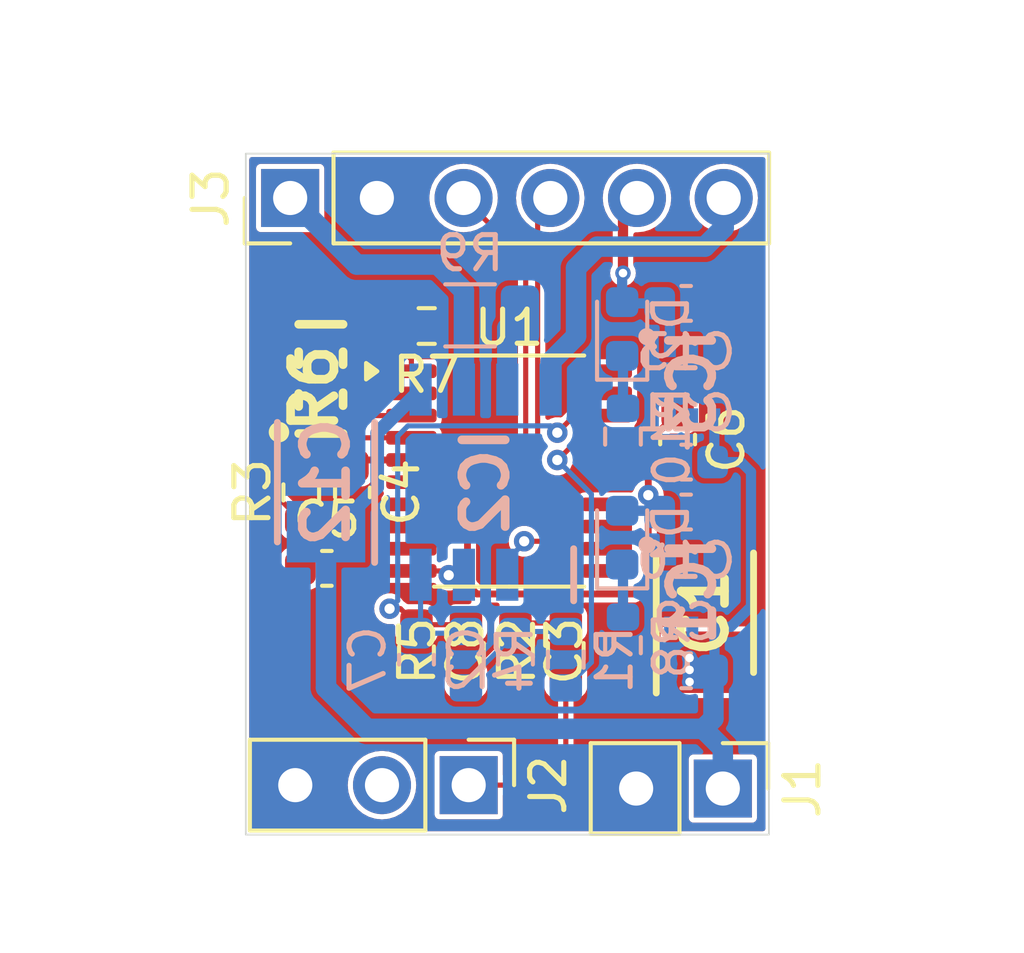
<source format=kicad_pcb>
(kicad_pcb (version 20240108) (generator "pcbnew") (generator_version "8.0")
  (layers (0 "F.Cu" signal) (31 "B.Cu" signal) (34 "B.Paste" user) (35 "F.Paste" user) (36 "B.SilkS" user "B.Silkscreen") (37 "F.SilkS" user "F.Silkscreen") (38 "B.Mask" user) (39 "F.Mask" user) (44 "Edge.Cuts" user))
  (net 0 "")
  (net 1 "VCC")
  (net 2 "/IN1")
  (net 3 "/Motor-")
  (net 4 "GND")
  (net 5 "/IN2")
  (net 6 "/Motor_PWM_OUT")
  (net 7 "/Motor+")
  (net 8 "+3.3V_MCU")
  (net 10 "+3.3V_ENC")
  (net 12 "/OSCH_IN")
  (net 13 "/OSCH_OUT")
  (net 14 "/Dbg_RX")
  (net 15 "/ENC_A")
  (net 16 "/ENC_B")
  (net 17 "/NRST")
  (net 18 "/Motor_PWM")
  (net 21 "/Dbg_TX")
  (net 22 "/BOOT0")
  (net 23 "/SWCLK")
  (net 24 "/SWDIO")
  (net 25 "/FMU_PWM_OUT")
  (net 27 "Net-(C2-Pad1)")
  (net 28 "Net-(C3-Pad1)")
  (net 29 "Net-(D1-K)")
  (net 30 "Net-(D2-K)")
  (net 33 "Net-(IC2-RS)")
  (net 34 "/FMU_PWM")
  (footprint "Capacitor_SMD:C_0603_1608Metric" (layer "F.Cu") (at 90.05 69.575 -90)
    (property "Reference" "C8" (at 0 -1.43 90) (layer "F.SilkS"))
    (property "Value" "C")
    (fp_line (start -0.14058 0.51) (end 0.14058 0.51) (stroke (width 0.12)) (layer "F.SilkS"))
    (fp_line (start -0.14058 -0.51) (end 0.14058 -0.51) (stroke (width 0.12)) (layer "F.SilkS"))
    (pad "1" smd roundrect (at -0.775 0 270) (size 0.9 0.95) (layers "F.Cu" "F.Paste" "F.Mask") (net 25 "/FMU_PWM_OUT"))
    (pad "2" smd roundrect (at 0.775 0 270) (size 0.9 0.95) (layers "F.Cu" "F.Paste" "F.Mask") (net 4 "GND"))
  )
  (footprint "Capacitor_SMD:C_0603_1608Metric" (layer "F.Cu") (at 88.175 64.925 -90)
    (property "Reference" "C4" (at 0 -1.43 90) (layer "F.SilkS"))
    (property "Value" "0.1uF")
    (fp_line (start -0.14058 0.51) (end 0.14058 0.51) (stroke (width 0.12)) (layer "F.SilkS"))
    (fp_line (start -0.14058 -0.51) (end 0.14058 -0.51) (stroke (width 0.12)) (layer "F.SilkS"))
    (pad "1" smd roundrect (at -0.775 0 270) (size 0.9 0.95) (layers "F.Cu" "F.Paste" "F.Mask") (net 8 "+3.3V_MCU"))
    (pad "2" smd roundrect (at 0.775 0 270) (size 0.9 0.95) (layers "F.Cu" "F.Paste" "F.Mask") (net 4 "GND"))
  )
  (footprint "Resistor_SMD:R_0603_1608Metric" (layer "F.Cu") (at 90.35 60.05 180)
    (property "Reference" "R7" (at 0 -1.43 360) (layer "F.SilkS"))
    (property "Value" "100R")
    (fp_line (start -0.237258 0.5225) (end 0.237258 0.5225) (stroke (width 0.12)) (layer "F.SilkS"))
    (fp_line (start -0.237258 -0.5225) (end 0.237258 -0.5225) (stroke (width 0.12)) (layer "F.SilkS"))
    (pad "1" smd roundrect (at -0.825 0 180) (size 0.8 0.95) (layers "F.Cu" "F.Paste" "F.Mask") (net 4 "GND"))
    (pad "2" smd roundrect (at 0.825 0 180) (size 0.8 0.95) (layers "F.Cu" "F.Paste" "F.Mask") (net 22 "/BOOT0"))
  )
  (footprint "Resistor_SMD:R_0603_1608Metric" (layer "F.Cu") (at 91.5 69.575 90)
    (property "Reference" "R5" (at 0 -1.43 90) (layer "F.SilkS"))
    (property "Value" "R")
    (fp_line (start -0.237258 -0.5225) (end 0.237258 -0.5225) (stroke (width 0.12)) (layer "F.SilkS"))
    (fp_line (start -0.237258 0.5225) (end 0.237258 0.5225) (stroke (width 0.12)) (layer "F.SilkS"))
    (pad "1" smd roundrect (at -0.825 0 90) (size 0.8 0.95) (layers "F.Cu" "F.Paste" "F.Mask") (net 28 "Net-(C3-Pad1)"))
    (pad "2" smd roundrect (at 0.825 0 90) (size 0.8 0.95) (layers "F.Cu" "F.Paste" "F.Mask") (net 25 "/FMU_PWM_OUT"))
  )
  (footprint "SamacSys_Parts:CAPPM3528X210N" (layer "F.Cu") (at 98.5 68.45 90)
    (property "Reference" "C1" (at 0 0 90) (layer "F.SilkS") (effects (font (size 1.27 1.27) (thickness 0.254))))
    (property "Value" "47uF" (hide yes))
    (fp_line (start 1.75 -1.425) (end -2.35 -1.425) (stroke (width 0.2)) (layer "F.SilkS"))
    (fp_line (start -1.75 1.425) (end 1.75 1.425) (stroke (width 0.2)) (layer "F.SilkS"))
    (pad "1" smd rect (at -1.45 0 90) (size 1.8 2.3) (layers "F.Cu" "F.Paste" "F.Mask") (net 1 "VCC"))
    (pad "2" smd rect (at 1.45 0 90) (size 1.8 2.3) (layers "F.Cu" "F.Paste" "F.Mask") (net 4 "GND"))
  )
  (footprint "Resistor_SMD:R_0603_1608Metric" (layer "F.Cu") (at 86.675 64.925 90)
    (property "Reference" "R3" (at 0 -1.43 90) (layer "F.SilkS"))
    (property "Value" "10K")
    (fp_line (start -0.237258 -0.5225) (end 0.237258 -0.5225) (stroke (width 0.12)) (layer "F.SilkS"))
    (fp_line (start -0.237258 0.5225) (end 0.237258 0.5225) (stroke (width 0.12)) (layer "F.SilkS"))
    (pad "1" smd roundrect (at -0.825 0 90) (size 0.8 0.95) (layers "F.Cu" "F.Paste" "F.Mask") (net 17 "/NRST"))
    (pad "2" smd roundrect (at 0.825 0 90) (size 0.8 0.95) (layers "F.Cu" "F.Paste" "F.Mask") (net 8 "+3.3V_MCU"))
  )
  (footprint "Package_SO:TSSOP-20_4.4x6.5mm_P0.65mm" (layer "F.Cu") (at 92.764 64.3)
    (property "Reference" "U1" (at 0 -4.2 360) (layer "F.SilkS"))
    (property "Value" "STM32F030F4Px")
    (fp_line (start 0 -3.385) (end -2.2 -3.385) (stroke (width 0.12)) (layer "F.SilkS"))
    (fp_line (start 0 -3.385) (end 2.2 -3.385) (stroke (width 0.12)) (layer "F.SilkS"))
    (fp_line (start 0 3.385) (end -2.2 3.385) (stroke (width 0.12)) (layer "F.SilkS"))
    (fp_line (start 0 3.385) (end 2.2 3.385) (stroke (width 0.12)) (layer "F.SilkS"))
    (fp_poly (pts (xy -3.86 -2.925) (xy -4.19 -3.165) (xy -4.19 -2.685) (xy -3.86 -2.925)) (stroke (width 0.12)) (fill solid) (layer "F.SilkS"))
    (pad "1" smd roundrect (at -2.8625 -2.925) (size 1.475 0.4) (layers "F.Cu" "F.Paste" "F.Mask") (net 22 "/BOOT0"))
    (pad "2" smd roundrect (at -2.8625 -2.275) (size 1.475 0.4) (layers "F.Cu" "F.Paste" "F.Mask") (net 12 "/OSCH_IN"))
    (pad "3" smd roundrect (at -2.8625 -1.625) (size 1.475 0.4) (layers "F.Cu" "F.Paste" "F.Mask") (net 13 "/OSCH_OUT"))
    (pad "4" smd roundrect (at -2.8625 -0.975) (size 1.475 0.4) (layers "F.Cu" "F.Paste" "F.Mask") (net 17 "/NRST"))
    (pad "5" smd roundrect (at -2.8625 -0.325) (size 1.475 0.4) (layers "F.Cu" "F.Paste" "F.Mask") (net 8 "+3.3V_MCU"))
    (pad "6" smd roundrect (at -2.8625 0.325) (size 1.475 0.4) (layers "F.Cu" "F.Paste" "F.Mask"))
    (pad "7" smd roundrect (at -2.8625 0.975) (size 1.475 0.4) (layers "F.Cu" "F.Paste" "F.Mask"))
    (pad "8" smd roundrect (at -2.8625 1.625) (size 1.475 0.4) (layers "F.Cu" "F.Paste" "F.Mask") (net 21 "/Dbg_TX"))
    (pad "9" smd roundrect (at -2.8625 2.275) (size 1.475 0.4) (layers "F.Cu" "F.Paste" "F.Mask") (net 14 "/Dbg_RX"))
    (pad "10" smd roundrect (at -2.8625 2.925) (size 1.475 0.4) (layers "F.Cu" "F.Paste" "F.Mask") (net 2 "/IN1"))
    (pad "11" smd roundrect (at 2.8625 2.925) (size 1.475 0.4) (layers "F.Cu" "F.Paste" "F.Mask") (net 5 "/IN2"))
    (pad "12" smd roundrect (at 2.8625 2.275) (size 1.475 0.4) (layers "F.Cu" "F.Paste" "F.Mask") (net 15 "/ENC_A"))
    (pad "13" smd roundrect (at 2.8625 1.625) (size 1.475 0.4) (layers "F.Cu" "F.Paste" "F.Mask") (net 16 "/ENC_B"))
    (pad "14" smd roundrect (at 2.8625 0.975) (size 1.475 0.4) (layers "F.Cu" "F.Paste" "F.Mask"))
    (pad "15" smd roundrect (at 2.8625 0.325) (size 1.475 0.4) (layers "F.Cu" "F.Paste" "F.Mask") (net 4 "GND"))
    (pad "16" smd roundrect (at 2.8625 -0.325) (size 1.475 0.4) (layers "F.Cu" "F.Paste" "F.Mask") (net 8 "+3.3V_MCU"))
    (pad "17" smd roundrect (at 2.8625 -0.975) (size 1.475 0.4) (layers "F.Cu" "F.Paste" "F.Mask") (net 18 "/Motor_PWM"))
    (pad "18" smd roundrect (at 2.8625 -1.625) (size 1.475 0.4) (layers "F.Cu" "F.Paste" "F.Mask") (net 25 "/FMU_PWM_OUT"))
    (pad "19" smd roundrect (at 2.8625 -2.275) (size 1.475 0.4) (layers "F.Cu" "F.Paste" "F.Mask") (net 24 "/SWDIO"))
    (pad "20" smd roundrect (at 2.8625 -2.925) (size 1.475 0.4) (layers "F.Cu" "F.Paste" "F.Mask") (net 23 "/SWCLK"))
  )
  (footprint "Resistor_SMD:R_0603_1608Metric" (layer "F.Cu") (at 94.425 69.575 90)
    (property "Reference" "R2" (at 0 -1.43 90) (layer "F.SilkS"))
    (property "Value" "R")
    (fp_line (start -0.237258 -0.5225) (end 0.237258 -0.5225) (stroke (width 0.12)) (layer "F.SilkS"))
    (fp_line (start -0.237258 0.5225) (end 0.237258 0.5225) (stroke (width 0.12)) (layer "F.SilkS"))
    (pad "1" smd roundrect (at -0.825 0 90) (size 0.8 0.95) (layers "F.Cu" "F.Paste" "F.Mask") (net 34 "/FMU_PWM"))
    (pad "2" smd roundrect (at 0.825 0 90) (size 0.8 0.95) (layers "F.Cu" "F.Paste" "F.Mask") (net 28 "Net-(C3-Pad1)"))
  )
  (footprint "Connector_PinHeader_2.54mm:PinHeader_1x06_P2.54mm_Vertical" (layer "F.Cu") (at 86.35 56.3 90)
    (property "Reference" "J3" (at 0 -2.33 90) (layer "F.SilkS"))
    (property "Value" "Motor")
    (fp_line (start -1.33 -1.33) (end 0 -1.33) (stroke (width 0.12)) (layer "F.SilkS"))
    (fp_line (start -1.33 0) (end -1.33 -1.33) (stroke (width 0.12)) (layer "F.SilkS"))
    (fp_line (start 1.33 1.27) (end 1.33 14.03) (stroke (width 0.12)) (layer "F.SilkS"))
    (fp_line (start -1.33 1.27) (end 1.33 1.27) (stroke (width 0.12)) (layer "F.SilkS"))
    (fp_line (start -1.33 1.27) (end -1.33 14.03) (stroke (width 0.12)) (layer "F.SilkS"))
    (fp_line (start -1.33 14.03) (end 1.33 14.03) (stroke (width 0.12)) (layer "F.SilkS"))
    (pad "1" thru_hole rect (at 0 0 90) (size 1.7 1.7) (drill 1) (layers "*.Cu" "*.Mask") (net 7 "/Motor+"))
    (pad "2" thru_hole oval (at 0 2.54 90) (size 1.7 1.7) (drill 1) (layers "*.Cu" "*.Mask") (net 4 "GND"))
    (pad "3" thru_hole oval (at 0 5.08 90) (size 1.7 1.7) (drill 1) (layers "*.Cu" "*.Mask") (net 15 "/ENC_A"))
    (pad "4" thru_hole oval (at 0 7.62 90) (size 1.7 1.7) (drill 1) (layers "*.Cu" "*.Mask") (net 16 "/ENC_B"))
    (pad "5" thru_hole oval (at 0 10.16 90) (size 1.7 1.7) (drill 1) (layers "*.Cu" "*.Mask") (net 10 "+3.3V_ENC"))
    (pad "6" thru_hole oval (at 0 12.7 90) (size 1.7 1.7) (drill 1) (layers "*.Cu" "*.Mask") (net 3 "/Motor-"))
  )
  (footprint "Connector_PinHeader_2.54mm:PinHeader_1x03_P2.54mm_Vertical" (layer "F.Cu") (at 91.58 73.5 -90)
    (property "Reference" "J2" (at 0 -2.33 90) (layer "F.SilkS"))
    (property "Value" "FMU_PWM")
    (fp_line (start -1.33 6.41) (end 1.33 6.41) (stroke (width 0.12)) (layer "F.SilkS"))
    (fp_line (start -1.33 1.27) (end -1.33 6.41) (stroke (width 0.12)) (layer "F.SilkS"))
    (fp_line (start -1.33 1.27) (end 1.33 1.27) (stroke (width 0.12)) (layer "F.SilkS"))
    (fp_line (start 1.33 1.27) (end 1.33 6.41) (stroke (width 0.12)) (layer "F.SilkS"))
    (fp_line (start -1.33 0) (end -1.33 -1.33) (stroke (width 0.12)) (layer "F.SilkS"))
    (fp_line (start -1.33 -1.33) (end 0 -1.33) (stroke (width 0.12)) (layer "F.SilkS"))
    (pad "1" thru_hole rect (at 0 0 270) (size 1.7 1.7) (drill 1) (layers "*.Cu" "*.Mask") (net 34 "/FMU_PWM"))
    (pad "2" thru_hole oval (at 0 2.54 270) (size 1.7 1.7) (drill 1) (layers "*.Cu" "*.Mask"))
    (pad "3" thru_hole oval (at 0 5.08 270) (size 1.7 1.7) (drill 1) (layers "*.Cu" "*.Mask") (net 4 "GND"))
  )
  (footprint "Capacitor_SMD:C_0603_1608Metric" (layer "F.Cu") (at 92.95 69.575 -90)
    (property "Reference" "C3" (at 0 -1.43 90) (layer "F.SilkS"))
    (property "Value" "C")
    (fp_line (start -0.14058 0.51) (end 0.14058 0.51) (stroke (width 0.12)) (layer "F.SilkS"))
    (fp_line (start -0.14058 -0.51) (end 0.14058 -0.51) (stroke (width 0.12)) (layer "F.SilkS"))
    (pad "1" smd roundrect (at -0.775 0 270) (size 0.9 0.95) (layers "F.Cu" "F.Paste" "F.Mask") (net 28 "Net-(C3-Pad1)"))
    (pad "2" smd roundrect (at 0.775 0 270) (size 0.9 0.95) (layers "F.Cu" "F.Paste" "F.Mask") (net 4 "GND"))
  )
  (footprint "Capacitor_SMD:C_0603_1608Metric" (layer "F.Cu") (at 97.7 63.375 -90)
    (property "Reference" "C6" (at 0 -1.43 90) (layer "F.SilkS"))
    (property "Value" "1uF")
    (fp_line (start -0.14058 0.51) (end 0.14058 0.51) (stroke (width 0.12)) (layer "F.SilkS"))
    (fp_line (start -0.14058 -0.51) (end 0.14058 -0.51) (stroke (width 0.12)) (layer "F.SilkS"))
    (pad "1" smd roundrect (at -0.775 0 270) (size 0.9 0.95) (layers "F.Cu" "F.Paste" "F.Mask") (net 8 "+3.3V_MCU"))
    (pad "2" smd roundrect (at 0.775 0 270) (size 0.9 0.95) (layers "F.Cu" "F.Paste" "F.Mask") (net 4 "GND"))
  )
  (footprint "SamacSys_Parts:CSTCE12M0G55-R0" (layer "F.Cu") (at 87.25 61.6 90)
    (property "Reference" "R6" (at -0.282 -0.192 90) (layer "F.SilkS") (effects (font (size 1.27 1.27) (thickness 0.254))))
    (property "Value" "CSTCE8M00G55-R0" (hide yes))
    (fp_line (start 1.6 -0.65) (end 1.6 0.65) (stroke (width 0.254)) (layer "F.SilkS"))
    (fp_line (start 0.417 -0.65) (end 0.796 -0.65) (stroke (width 0.254)) (layer "F.SilkS"))
    (fp_line (start -0.807 -0.65) (end -0.428 -0.65) (stroke (width 0.254)) (layer "F.SilkS"))
    (fp_line (start 0.417 0.65) (end 0.796 0.65) (stroke (width 0.254)) (layer "F.SilkS"))
    (fp_line (start -0.783 0.65) (end -0.404 0.65) (stroke (width 0.254)) (layer "F.SilkS"))
    (fp_line (start -1.6 0.65) (end -1.6 -0.65) (stroke (width 0.254)) (layer "F.SilkS"))
    (fp_circle (center -1.559 -1.228) (end -1.559 -1.18186) (stroke (width 0.254)) (fill none) (layer "F.SilkS"))
    (pad "1" smd rect (at -1.2 0 90) (size 0.4 2.1) (layers "F.Cu" "F.Paste" "F.Mask") (net 13 "/OSCH_OUT"))
    (pad "2" smd rect (at 0 0 90) (size 0.4 2.1) (layers "F.Cu" "F.Paste" "F.Mask") (net 4 "GND"))
    (pad "3" smd rect (at 1.2 0 90) (size 0.4 2.1) (layers "F.Cu" "F.Paste" "F.Mask") (net 12 "/OSCH_IN"))
  )
  (footprint "Capacitor_SMD:C_0603_1608Metric" (layer "F.Cu") (at 87.425 67.15)
    (property "Reference" "C5" (at 0 -1.43 360) (layer "F.SilkS"))
    (property "Value" "0.1uF")
    (fp_line (start -0.14058 -0.51) (end 0.14058 -0.51) (stroke (width 0.12)) (layer "F.SilkS"))
    (fp_line (start -0.14058 0.51) (end 0.14058 0.51) (stroke (width 0.12)) (layer "F.SilkS"))
    (pad "1" smd roundrect (at -0.775 0) (size 0.9 0.95) (layers "F.Cu" "F.Paste" "F.Mask") (net 17 "/NRST"))
    (pad "2" smd roundrect (at 0.775 0) (size 0.9 0.95) (layers "F.Cu" "F.Paste" "F.Mask") (net 4 "GND"))
  )
  (footprint "Connector_PinHeader_2.54mm:PinHeader_1x02_P2.54mm_Vertical" (layer "F.Cu") (at 99.025 73.6 -90)
    (property "Reference" "J1" (at 0 -2.33 90) (layer "F.SilkS"))
    (property "Value" "Power_IN")
    (fp_line (start -1.33 3.87) (end 1.33 3.87) (stroke (width 0.12)) (layer "F.SilkS"))
    (fp_line (start -1.33 1.27) (end -1.33 3.87) (stroke (width 0.12)) (layer "F.SilkS"))
    (fp_line (start -1.33 1.27) (end 1.33 1.27) (stroke (width 0.12)) (layer "F.SilkS"))
    (fp_line (start 1.33 1.27) (end 1.33 3.87) (stroke (width 0.12)) (layer "F.SilkS"))
    (fp_line (start -1.33 0) (end -1.33 -1.33) (stroke (width 0.12)) (layer "F.SilkS"))
    (fp_line (start -1.33 -1.33) (end 0 -1.33) (stroke (width 0.12)) (layer "F.SilkS"))
    (pad "1" thru_hole rect (at 0 0 270) (size 1.7 1.7) (drill 1) (layers "*.Cu" "*.Mask") (net 1 "VCC"))
    (pad "2" thru_hole oval (at 0 2.54 270) (size 1.7 1.7) (drill 1) (layers "*.Cu" "*.Mask") (net 4 "GND"))
  )
  (footprint "SamacSys_Parts:CAPPM3528X210N" (layer "B.Cu") (at 87.4 64.625 90)
    (property "Reference" "C12" (at 0 0 90) (layer "B.SilkS") (effects (font (size 1.27 1.27) (thickness 0.254)) (justify mirror)))
    (property "Value" "47uF" (hide yes))
    (fp_line (start 1.75 -1.425) (end -1.75 -1.425) (stroke (width 0.2)) (layer "B.SilkS"))
    (fp_line (start -2.35 1.425) (end 1.75 1.425) (stroke (width 0.2)) (layer "B.SilkS"))
    (pad "1" smd rect (at -1.45 0 90) (size 1.8 2.3) (layers "B.Cu" "B.Paste" "B.Mask") (net 1 "VCC"))
    (pad "2" smd rect (at 1.45 0 90) (size 1.8 2.3) (layers "B.Cu" "B.Paste" "B.Mask") (net 4 "GND"))
  )
  (footprint "Capacitor_SMD:C_0603_1608Metric" (layer "B.Cu") (at 97.95 65.5)
    (property "Reference" "C10" (at 0 1.43 360) (layer "B.SilkS") (effects (justify mirror)))
    (property "Value" "2.2uF")
    (fp_line (start 0.14058 -0.51) (end -0.14058 -0.51) (stroke (width 0.12)) (layer "B.SilkS"))
    (fp_line (start 0.14058 0.51) (end -0.14058 0.51) (stroke (width 0.12)) (layer "B.SilkS"))
    (pad "1" smd roundrect (at -0.775 0) (size 0.9 0.95) (layers "B.Cu" "B.Paste" "B.Mask") (net 8 "+3.3V_MCU"))
    (pad "2" smd roundrect (at 0.775 0) (size 0.9 0.95) (layers "B.Cu" "B.Paste" "B.Mask") (net 4 "GND"))
  )
  (footprint "Resistor_SMD:R_0603_1608Metric" (layer "B.Cu") (at 91.5 69.825 90)
    (property "Reference" "R4" (at 0 1.43 90) (layer "B.SilkS") (effects (justify mirror)))
    (property "Value" "R")
    (fp_line (start 0.237258 -0.5225) (end -0.237258 -0.5225) (stroke (width 0.12)) (layer "B.SilkS"))
    (fp_line (start 0.237258 0.5225) (end -0.237258 0.5225) (stroke (width 0.12)) (layer "B.SilkS"))
    (pad "1" smd roundrect (at -0.825 0 90) (size 0.8 0.95) (layers "B.Cu" "B.Paste" "B.Mask") (net 27 "Net-(C2-Pad1)"))
    (pad "2" smd roundrect (at 0.825 0 90) (size 0.8 0.95) (layers "B.Cu" "B.Paste" "B.Mask") (net 6 "/Motor_PWM_OUT"))
  )
  (footprint "SamacSys_Parts:SON65P200X200X80-7N" (layer "B.Cu") (at 98.13 67.813 -90)
    (property "Reference" "IC1" (at 0 0 90) (layer "B.SilkS") (effects (font (size 1.27 1.27) (thickness 0.254)) (justify mirror)))
    (property "Value" "TPS70933DRVR" (hide yes))
    (fp_circle (center -1.35 1.325) (end -1.35 1.2) (stroke (width 0.25)) (fill none) (layer "B.SilkS"))
    (pad "1" smd rect (at -1.05 0.65 180) (size 0.35 0.6) (layers "B.Cu" "B.Paste" "B.Mask") (net 8 "+3.3V_MCU"))
    (pad "2" smd rect (at -1.05 0 180) (size 0.35 0.6) (layers "B.Cu" "B.Paste" "B.Mask"))
    (pad "3" smd rect (at -1.05 -0.65 180) (size 0.35 0.6) (layers "B.Cu" "B.Paste" "B.Mask") (net 4 "GND"))
    (pad "4" smd rect (at 1.05 -0.65 180) (size 0.35 0.6) (layers "B.Cu" "B.Paste" "B.Mask") (net 1 "VCC"))
    (pad "5" smd rect (at 1.05 0 180) (size 0.35 0.6) (layers "B.Cu" "B.Paste" "B.Mask"))
    (pad "6" smd rect (at 1.05 0.65 180) (size 0.35 0.6) (layers "B.Cu" "B.Paste" "B.Mask") (net 1 "VCC"))
    (pad "7" smd rect (at 0 0 270) (size 1.1 1.7) (layers "B.Cu" "B.Paste" "B.Mask") (net 4 "GND"))
  )
  (footprint "SamacSys_Parts:SON65P200X200X80-7N" (layer "B.Cu") (at 98.125 61.7125 -90)
    (property "Reference" "IC3" (at 0 0 90) (layer "B.SilkS") (effects (font (size 1.27 1.27) (thickness 0.254)) (justify mirror)))
    (property "Value" "TPS70933DRVR" (hide yes))
    (fp_circle (center -1.35 1.325) (end -1.35 1.2) (stroke (width 0.25)) (fill none) (layer "B.SilkS"))
    (pad "1" smd rect (at -1.05 0.65 180) (size 0.35 0.6) (layers "B.Cu" "B.Paste" "B.Mask") (net 10 "+3.3V_ENC"))
    (pad "2" smd rect (at -1.05 0 180) (size 0.35 0.6) (layers "B.Cu" "B.Paste" "B.Mask"))
    (pad "3" smd rect (at -1.05 -0.65 180) (size 0.35 0.6) (layers "B.Cu" "B.Paste" "B.Mask") (net 4 "GND"))
    (pad "4" smd rect (at 1.05 -0.65 180) (size 0.35 0.6) (layers "B.Cu" "B.Paste" "B.Mask") (net 1 "VCC"))
    (pad "5" smd rect (at 1.05 0 180) (size 0.35 0.6) (layers "B.Cu" "B.Paste" "B.Mask"))
    (pad "6" smd rect (at 1.05 0.65 180) (size 0.35 0.6) (layers "B.Cu" "B.Paste" "B.Mask") (net 1 "VCC"))
    (pad "7" smd rect (at 0 0 270) (size 1.1 1.7) (layers "B.Cu" "B.Paste" "B.Mask") (net 4 "GND"))
  )
  (footprint "Capacitor_SMD:C_0603_1608Metric" (layer "B.Cu") (at 97.95 70.15 180)
    (property "Reference" "C9" (at 0 1.43 360) (layer "B.SilkS") (effects (justify mirror)))
    (property "Value" "1uF")
    (fp_line (start 0.14058 0.51) (end -0.14058 0.51) (stroke (width 0.12)) (layer "B.SilkS"))
    (fp_line (start 0.14058 -0.51) (end -0.14058 -0.51) (stroke (width 0.12)) (layer "B.SilkS"))
    (pad "1" smd roundrect (at -0.775 0 180) (size 0.9 0.95) (layers "B.Cu" "B.Paste" "B.Mask") (net 1 "VCC"))
    (pad "2" smd roundrect (at 0.775 0 180) (size 0.9 0.95) (layers "B.Cu" "B.Paste" "B.Mask") (net 4 "GND"))
  )
  (footprint "LED_SMD:LED_0603_1608Metric" (layer "B.Cu") (at 96.075 60.1375 90)
    (property "Reference" "D2" (at 0 1.43 90) (layer "B.SilkS") (effects (justify mirror)))
    (property "Value" "+3.3V_ENC")
    (fp_line (start 0.8 -0.735) (end -1.485 -0.735) (stroke (width 0.12)) (layer "B.SilkS"))
    (fp_line (start -1.485 -0.735) (end -1.485 0.735) (stroke (width 0.12)) (layer "B.SilkS"))
    (fp_line (start -1.485 0.735) (end 0.8 0.735) (stroke (width 0.12)) (layer "B.SilkS"))
    (pad "1" smd roundrect (at -0.7875 0 90) (size 0.875 0.95) (layers "B.Cu" "B.Paste" "B.Mask") (net 30 "Net-(D2-K)"))
    (pad "2" smd roundrect (at 0.7875 0 90) (size 0.875 0.95) (layers "B.Cu" "B.Paste" "B.Mask") (net 10 "+3.3V_ENC"))
  )
  (footprint "Resistor_SMD:R_0603_1608Metric" (layer "B.Cu") (at 94.425 69.825 90)
    (property "Reference" "R1" (at 0 1.43 90) (layer "B.SilkS") (effects (justify mirror)))
    (property "Value" "R")
    (fp_line (start 0.237258 -0.5225) (end -0.237258 -0.5225) (stroke (width 0.12)) (layer "B.SilkS"))
    (fp_line (start 0.237258 0.5225) (end -0.237258 0.5225) (stroke (width 0.12)) (layer "B.SilkS"))
    (pad "1" smd roundrect (at -0.825 0 90) (size 0.8 0.95) (layers "B.Cu" "B.Paste" "B.Mask") (net 18 "/Motor_PWM"))
    (pad "2" smd roundrect (at 0.825 0 90) (size 0.8 0.95) (layers "B.Cu" "B.Paste" "B.Mask") (net 27 "Net-(C2-Pad1)"))
  )
  (footprint "Capacitor_SMD:C_0603_1608Metric" (layer "B.Cu") (at 90.05 69.825 -90)
    (property "Reference" "C7" (at 0 1.43 90) (layer "B.SilkS") (effects (justify mirror)))
    (property "Value" "C")
    (fp_line (start 0.14058 0.51) (end -0.14058 0.51) (stroke (width 0.12)) (layer "B.SilkS"))
    (fp_line (start 0.14058 -0.51) (end -0.14058 -0.51) (stroke (width 0.12)) (layer "B.SilkS"))
    (pad "1" smd roundrect (at -0.775 0 270) (size 0.9 0.95) (layers "B.Cu" "B.Paste" "B.Mask") (net 6 "/Motor_PWM_OUT"))
    (pad "2" smd roundrect (at 0.775 0 270) (size 0.9 0.95) (layers "B.Cu" "B.Paste" "B.Mask") (net 4 "GND"))
  )
  (footprint "SamacSys_Parts:SOIC127P600X175-9N" (layer "B.Cu") (at 92.075 64.625 90)
    (property "Reference" "IC2" (at 0 0 -90) (layer "B.SilkS") (effects (font (size 1.27 1.27) (thickness 0.254)) (justify mirror)))
    (property "Value" "TB67H450FNG" (hide yes))
    (fp_line (start -1.95 2.58) (end -3.475 2.58) (stroke (width 0.2)) (layer "B.SilkS"))
    (pad "1" smd rect (at -2.712 1.905) (size 0.65 1.525) (layers "B.Cu" "B.Paste" "B.Mask") (net 4 "GND"))
    (pad "2" smd rect (at -2.712 0.635) (size 0.65 1.525) (layers "B.Cu" "B.Paste" "B.Mask") (net 5 "/IN2"))
    (pad "3" smd rect (at -2.712 -0.635) (size 0.65 1.525) (layers "B.Cu" "B.Paste" "B.Mask") (net 2 "/IN1"))
    (pad "4" smd rect (at -2.712 -1.905) (size 0.65 1.525) (layers "B.Cu" "B.Paste" "B.Mask") (net 6 "/Motor_PWM_OUT"))
    (pad "5" smd rect (at 2.712 -1.905) (size 0.65 1.525) (layers "B.Cu" "B.Paste" "B.Mask") (net 1 "VCC"))
    (pad "6" smd rect (at 2.712 -0.635) (size 0.65 1.525) (layers "B.Cu" "B.Paste" "B.Mask") (net 7 "/Motor+"))
    (pad "7" smd rect (at 2.712 0.635) (size 0.65 1.525) (layers "B.Cu" "B.Paste" "B.Mask") (net 33 "Net-(IC2-RS)"))
    (pad "8" smd rect (at 2.712 1.905) (size 0.65 1.525) (layers "B.Cu" "B.Paste" "B.Mask") (net 3 "/Motor-"))
    (pad "9" smd rect (at 0 0 90) (size 2.39 2.39) (layers "B.Cu" "B.Paste" "B.Mask") (net 4 "GND"))
  )
  (footprint "Resistor_SMD:R_1206_3216Metric" (layer "B.Cu") (at 91.62 59.738 180)
    (property "Reference" "R9" (at 0 1.82 360) (layer "B.SilkS") (effects (justify mirror)))
    (property "Value" "100mR")
    (fp_line (start 0.727064 0.91) (end -0.727064 0.91) (stroke (width 0.12)) (layer "B.SilkS"))
    (fp_line (start 0.727064 -0.91) (end -0.727064 -0.91) (stroke (width 0.12)) (layer "B.SilkS"))
    (pad "1" smd roundrect (at -1.4625 0 180) (size 1.125 1.75) (layers "B.Cu" "B.Paste" "B.Mask") (roundrect_rratio 0.222222) (net 33 "Net-(IC2-RS)"))
    (pad "2" smd roundrect (at 1.4625 0 180) (size 1.125 1.75) (layers "B.Cu" "B.Paste" "B.Mask") (roundrect_rratio 0.222222) (net 4 "GND"))
  )
  (footprint "Capacitor_SMD:C_0603_1608Metric" (layer "B.Cu") (at 97.95 59.3875)
    (property "Reference" "C13" (at 0 1.43 360) (layer "B.SilkS") (effects (justify mirror)))
    (property "Value" "2.2uF")
    (fp_line (start 0.14058 -0.51) (end -0.14058 -0.51) (stroke (width 0.12)) (layer "B.SilkS"))
    (fp_line (start 0.14058 0.51) (end -0.14058 0.51) (stroke (width 0.12)) (layer "B.SilkS"))
    (pad "1" smd roundrect (at -0.775 0) (size 0.9 0.95) (layers "B.Cu" "B.Paste" "B.Mask") (net 10 "+3.3V_ENC"))
    (pad "2" smd roundrect (at 0.775 0) (size 0.9 0.95) (layers "B.Cu" "B.Paste" "B.Mask") (net 4 "GND"))
  )
  (footprint "Resistor_SMD:R_0603_1608Metric" (layer "B.Cu") (at 96.1 63.2875 90)
    (property "Reference" "R10" (at 0 1.43 90) (layer "B.SilkS") (effects (justify mirror)))
    (property "Value" "10K")
    (fp_line (start 0.237258 -0.5225) (end -0.237258 -0.5225) (stroke (width 0.12)) (layer "B.SilkS"))
    (fp_line (start 0.237258 0.5225) (end -0.237258 0.5225) (stroke (width 0.12)) (layer "B.SilkS"))
    (pad "1" smd roundrect (at -0.825 0 90) (size 0.8 0.95) (layers "B.Cu" "B.Paste" "B.Mask") (net 4 "GND"))
    (pad "2" smd roundrect (at 0.825 0 90) (size 0.8 0.95) (layers "B.Cu" "B.Paste" "B.Mask") (net 30 "Net-(D2-K)"))
  )
  (footprint "Resistor_SMD:R_0603_1608Metric" (layer "B.Cu") (at 96.1 69.4 90)
    (property "Reference" "R8" (at 0 1.43 90) (layer "B.SilkS") (effects (justify mirror)))
    (property "Value" "10K")
    (fp_line (start 0.237258 -0.5225) (end -0.237258 -0.5225) (stroke (width 0.12)) (layer "B.SilkS"))
    (fp_line (start 0.237258 0.5225) (end -0.237258 0.5225) (stroke (width 0.12)) (layer "B.SilkS"))
    (pad "1" smd roundrect (at -0.825 0 90) (size 0.8 0.95) (layers "B.Cu" "B.Paste" "B.Mask") (net 4 "GND"))
    (pad "2" smd roundrect (at 0.825 0 90) (size 0.8 0.95) (layers "B.Cu" "B.Paste" "B.Mask") (net 29 "Net-(D1-K)"))
  )
  (footprint "LED_SMD:LED_0603_1608Metric" (layer "B.Cu") (at 96.075 66.25 90)
    (property "Reference" "D1" (at 0 1.43 90) (layer "B.SilkS") (effects (justify mirror)))
    (property "Value" "+3.3V_MCU")
    (fp_line (start 0.8 -0.735) (end -1.485 -0.735) (stroke (width 0.12)) (layer "B.SilkS"))
    (fp_line (start -1.485 -0.735) (end -1.485 0.735) (stroke (width 0.12)) (layer "B.SilkS"))
    (fp_line (start -1.485 0.735) (end 0.8 0.735) (stroke (width 0.12)) (layer "B.SilkS"))
    (pad "1" smd roundrect (at -0.7875 0 90) (size 0.875 0.95) (layers "B.Cu" "B.Paste" "B.Mask") (net 29 "Net-(D1-K)"))
    (pad "2" smd roundrect (at 0.7875 0 90) (size 0.875 0.95) (layers "B.Cu" "B.Paste" "B.Mask") (net 8 "+3.3V_MCU"))
  )
  (footprint "Capacitor_SMD:C_0603_1608Metric" (layer "B.Cu") (at 97.95 64.0375 180)
    (property "Reference" "C11" (at 0 1.43 360) (layer "B.SilkS") (effects (justify mirror)))
    (property "Value" "1uF")
    (fp_line (start 0.14058 0.51) (end -0.14058 0.51) (stroke (width 0.12)) (layer "B.SilkS"))
    (fp_line (start 0.14058 -0.51) (end -0.14058 -0.51) (stroke (width 0.12)) (layer "B.SilkS"))
    (pad "1" smd roundrect (at -0.775 0 180) (size 0.9 0.95) (layers "B.Cu" "B.Paste" "B.Mask") (net 1 "VCC"))
    (pad "2" smd roundrect (at 0.775 0 180) (size 0.9 0.95) (layers "B.Cu" "B.Paste" "B.Mask") (net 4 "GND"))
  )
  (footprint "Capacitor_SMD:C_0603_1608Metric" (layer "B.Cu") (at 92.95 69.825 -90)
    (property "Reference" "C2" (at 0 1.43 90) (layer "B.SilkS") (effects (justify mirror)))
    (property "Value" "C")
    (fp_line (start 0.14058 0.51) (end -0.14058 0.51) (stroke (width 0.12)) (layer "B.SilkS"))
    (fp_line (start 0.14058 -0.51) (end -0.14058 -0.51) (stroke (width 0.12)) (layer "B.SilkS"))
    (pad "1" smd roundrect (at -0.775 0 270) (size 0.9 0.95) (layers "B.Cu" "B.Paste" "B.Mask") (net 27 "Net-(C2-Pad1)"))
    (pad "2" smd roundrect (at 0.775 0 270) (size 0.9 0.95) (layers "B.Cu" "B.Paste" "B.Mask") (net 4 "GND"))
  )
  (gr_rect (start 85.05 55) (end 100.375 74.95) (stroke (width 0.05)) (fill none) (layer "Edge.Cuts"))
  (via (at 98.05 70.475) (size 0.45) (drill 0.25) (layers "F.Cu" "B.Cu") (net 1))
  (via (at 98.05 70.125) (size 0.45) (drill 0.25) (layers "F.Cu" "B.Cu") (net 1))
  (via (at 98.05 69.775) (size 0.45) (drill 0.25) (layers "F.Cu" "B.Cu") (net 1))
  (segment (start 98.775 63.9875) (end 98.725 64.0375) (width 0.3) (layer "B.Cu") (net 1))
  (segment (start 99.025 72.425) (end 98.45 71.85) (width 0.6) (layer "B.Cu") (net 1))
  (segment (start 97.275 71.85) (end 98.45 71.85) (width 0.6) (layer "B.Cu") (net 1))
  (segment (start 98.075 70.15) (end 98.05 70.125) (width 0.3) (layer "B.Cu") (net 1))
  (segment (start 98.725 70.15) (end 98.075 70.15) (width 0.3) (layer "B.Cu") (net 1))
  (segment (start 98.775 62.7625) (end 98.775 63.9875) (width 0.3) (layer "B.Cu") (net 1))
  (segment (start 99.255 68.863) (end 99.85 68.268) (width 0.3) (layer "B.Cu") (net 1))
  (segment (start 90.17 61.913) (end 88.9 63.183) (width 0.4) (layer "B.Cu") (net 1))
  (segment (start 99.025 73.6) (end 99.025 72.425) (width 0.6) (layer "B.Cu") (net 1))
  (segment (start 99.85 68.268) (end 99.85 64.325) (width 0.3) (layer "B.Cu") (net 1))
  (segment (start 98.78 70.095) (end 98.725 70.15) (width 0.3) (layer "B.Cu") (net 1))
  (segment (start 98.05 69.775) (end 98.05 70.125) (width 0.3) (layer "B.Cu") (net 1))
  (segment (start 98.225 70.15) (end 98.05 69.975) (width 0.3) (layer "B.Cu") (net 1))
  (segment (start 97.275 71.85) (end 88.6 71.85) (width 0.6) (layer "B.Cu") (net 1))
  (segment (start 88.6 71.85) (end 87.4 70.65) (width 0.6) (layer "B.Cu") (net 1))
  (segment (start 98.05 69.775) (end 98.05 69.975) (width 0.4) (layer "B.Cu") (net 1))
  (segment (start 98.05 70.475) (end 98.4 70.475) (width 0.4) (layer "B.Cu") (net 1))
  (segment (start 98.05 69.775) (end 98.1 69.775) (width 0.3) (layer "B.Cu") (net 1))
  (segment (start 98.75 70.175) (end 98.725 70.15) (width 0.6) (layer "B.Cu") (net 1))
  (segment (start 98.78 68.863) (end 98.78 70.095) (width 0.3) (layer "B.Cu") (net 1))
  (segment (start 99.5625 64.0375) (end 98.725 64.0375) (width 0.3) (layer "B.Cu") (net 1))
  (segment (start 99.85 64.325) (end 99.5625 64.0375) (width 0.3) (layer "B.Cu") (net 1))
  (segment (start 87.4 70.65) (end 87.4 66.075) (width 0.6) (layer "B.Cu") (net 1))
  (segment (start 98.4 70.475) (end 98.725 70.15) (width 0.4) (layer "B.Cu") (net 1))
  (segment (start 87.6 66.075) (end 87.4 66.075) (width 0.4) (layer "B.Cu") (net 1))
  (segment (start 98.475 70.15) (end 98.725 70.15) (width 0.3) (layer "B.Cu") (net 1))
  (segment (start 98.725 70.15) (end 98.225 70.15) (width 0.3) (layer "B.Cu") (net 1))
  (segment (start 98.75 71.55) (end 98.75 70.175) (width 0.6) (layer "B.Cu") (net 1))
  (segment (start 88.9 64.775) (end 87.6 66.075) (width 0.4) (layer "B.Cu") (net 1))
  (segment (start 98.78 68.863) (end 99.255 68.863) (width 0.3) (layer "B.Cu") (net 1))
  (segment (start 98.05 69.975) (end 98.05 70.475) (width 0.4) (layer "B.Cu") (net 1))
  (segment (start 88.9 63.183) (end 88.9 64.775) (width 0.4) (layer "B.Cu") (net 1))
  (segment (start 98.45 71.85) (end 98.75 71.55) (width 0.6) (layer "B.Cu") (net 1))
  (segment (start 98.1 69.775) (end 98.475 70.15) (width 0.3) (layer "B.Cu") (net 1))
  (segment (start 90.870002 67.225) (end 90.995002 67.35) (width 0.15) (layer "F.Cu") (net 2))
  (segment (start 89.9015 67.225) (end 90.870002 67.225) (width 0.15) (layer "F.Cu") (net 2))
  (via (at 90.995002 67.35) (size 0.6) (drill 0.3) (layers "F.Cu" "B.Cu") (net 2))
  (segment (start 91.008002 67.337) (end 90.995002 67.35) (width 0.15) (layer "B.Cu") (net 2))
  (segment (start 91.44 67.337) (end 91.008002 67.337) (width 0.15) (layer "B.Cu") (net 2))
  (segment (start 94.725 60.35) (end 94.725 58.35) (width 0.6) (layer "B.Cu") (net 3))
  (segment (start 99.05 57.175) (end 99.05 56.3) (width 0.6) (layer "B.Cu") (net 3))
  (segment (start 98.5 57.725) (end 99.05 57.175) (width 0.6) (layer "B.Cu") (net 3))
  (segment (start 93.98 61.913) (end 93.98 61.095) (width 0.6) (layer "B.Cu") (net 3))
  (segment (start 93.98 61.095) (end 94.725 60.35) (width 0.6) (layer "B.Cu") (net 3))
  (segment (start 94.725 58.35) (end 95.35 57.725) (width 0.6) (layer "B.Cu") (net 3))
  (segment (start 95.35 57.725) (end 98.5 57.725) (width 0.6) (layer "B.Cu") (net 3))
  (segment (start 94.889001 67.225) (end 95.6265 67.225) (width 0.15) (layer "F.Cu") (net 5))
  (segment (start 93.205183 66.356174) (end 94.020175 66.356174) (width 0.15) (layer "F.Cu") (net 5))
  (segment (start 94.020175 66.356174) (end 94.889001 67.225) (width 0.15) (layer "F.Cu") (net 5))
  (via (at 93.205183 66.356174) (size 0.6) (drill 0.3) (layers "F.Cu" "B.Cu") (net 5))
  (segment (start 92.71 66.8995) (end 92.71 67.337) (width 0.15) (layer "B.Cu") (net 5))
  (segment (start 93.205183 66.356174) (end 93.205183 66.404317) (width 0.15) (layer "B.Cu") (net 5))
  (segment (start 93.205183 66.404317) (end 92.71 66.8995) (width 0.15) (layer "B.Cu") (net 5))
  (segment (start 90.05 68.925) (end 90.17 68.805) (width 0.15) (layer "B.Cu") (net 6))
  (segment (start 91.45 69.05) (end 91.5 69) (width 0.15) (layer "B.Cu") (net 6))
  (segment (start 90.05 69.05) (end 90.05 68.925) (width 0.15) (layer "B.Cu") (net 6))
  (segment (start 90.17 68.805) (end 90.17 67.337) (width 0.15) (layer "B.Cu") (net 6))
  (segment (start 90.05 69.05) (end 91.45 69.05) (width 0.15) (layer "B.Cu") (net 6))
  (segment (start 90.674588 58.25) (end 88.3 58.25) (width 0.6) (layer "B.Cu") (net 7))
  (segment (start 88.3 58.25) (end 86.35 56.3) (width 0.6) (layer "B.Cu") (net 7))
  (segment (start 91.44 61.913) (end 91.44 59.015412) (width 0.6) (layer "B.Cu") (net 7))
  (segment (start 91.44 59.015412) (end 90.674588 58.25) (width 0.6) (layer "B.Cu") (net 7))
  (segment (start 86.675 64.1) (end 88.125 64.1) (width 0.2) (layer "F.Cu") (net 8))
  (segment (start 88.35 63.975) (end 88.175 64.15) (width 0.2) (layer "F.Cu") (net 8))
  (segment (start 91.825 67.9) (end 91.545002 67.620002) (width 0.2) (layer "F.Cu") (net 8))
  (segment (start 96.282456 63.975) (end 96.840696 64.53324) (width 0.2) (layer "F.Cu") (net 8))
  (segment (start 96.325 63.975) (end 95.6265 63.975) (width 0.2) (layer "F.Cu") (net 8))
  (segment (start 97.7 62.6) (end 96.325 63.975) (width 0.2) (layer "F.Cu") (net 8))
  (segment (start 95.6265 63.975) (end 96.282456 63.975) (width 0.2) (layer "F.Cu") (net 8))
  (segment (start 91.545002 67.620002) (end 91.545002 64.195002) (width 0.2) (layer "F.Cu") (net 8))
  (segment (start 96.840696 65.004848) (end 96.840696 67.484304) (width 0.2) (layer "F.Cu") (net 8))
  (segment (start 96.425 67.9) (end 91.825 67.9) (width 0.2) (layer "F.Cu") (net 8))
  (segment (start 91.545002 64.195002) (end 91.325 63.975) (width 0.2) (layer "F.Cu") (net 8))
  (segment (start 88.125 64.1) (end 88.175 64.15) (width 0.2) (layer "F.Cu") (net 8))
  (segment (start 96.840696 64.53324) (end 96.840696 65.004848) (width 0.2) (layer "F.Cu") (net 8))
  (segment (start 89.9015 63.975) (end 88.35 63.975) (width 0.2) (layer "F.Cu") (net 8))
  (segment (start 96.840696 67.484304) (end 96.425 67.9) (width 0.2) (layer "F.Cu") (net 8))
  (segment (start 91.325 63.975) (end 89.9015 63.975) (width 0.2) (layer "F.Cu") (net 8))
  (via (at 96.840696 65.004848) (size 0.6) (drill 0.3) (layers "F.Cu" "B.Cu") (net 8))
  (segment (start 97.1375 65.4625) (end 97.175 65.5) (width 0.3) (layer "B.Cu") (net 8))
  (segment (start 96.840696 65.165696) (end 97.175 65.5) (width 0.2) (layer "B.Cu") (net 8))
  (segment (start 96.075 65.4625) (end 97.1375 65.4625) (width 0.3) (layer "B.Cu") (net 8))
  (segment (start 96.840696 65.004848) (end 96.840696 65.165696) (width 0.2) (layer "B.Cu") (net 8))
  (segment (start 97.48 65.805) (end 97.175 65.5) (width 0.3) (layer "B.Cu") (net 8))
  (segment (start 97.48 66.763) (end 97.48 65.805) (width 0.3) (layer "B.Cu") (net 8))
  (segment (start 96.1 58.5) (end 96.1 56.71) (width 0.3) (layer "F.Cu") (net 10))
  (segment (start 96.1 56.71) (end 96.51 56.3) (width 0.3) (layer "F.Cu") (net 10))
  (via (at 96.1 58.5) (size 0.45) (drill 0.25) (layers "F.Cu" "B.Cu") (net 10))
  (segment (start 96.075 59.35) (end 96.075 58.525) (width 0.3) (layer "B.Cu") (net 10))
  (segment (start 96.1125 59.3875) (end 96.075 59.35) (width 0.3) (layer "B.Cu") (net 10))
  (segment (start 97.475 59.6875) (end 97.175 59.3875) (width 0.3) (layer "B.Cu") (net 10))
  (segment (start 96.075 58.525) (end 96.1 58.5) (width 0.3) (layer "B.Cu") (net 10))
  (segment (start 97.175 59.3875) (end 96.1125 59.3875) (width 0.3) (layer "B.Cu") (net 10))
  (segment (start 97.475 60.6625) (end 97.475 59.6875) (width 0.3) (layer "B.Cu") (net 10))
  (segment (start 87.25 60.4) (end 88.1 60.4) (width 0.15) (layer "F.Cu") (net 12))
  (segment (start 89.280898 62.025) (end 89.9015 62.025) (width 0.15) (layer "F.Cu") (net 12))
  (segment (start 88.1 60.4) (end 88.889 61.189) (width 0.15) (layer "F.Cu") (net 12))
  (segment (start 88.889 61.633102) (end 89.280898 62.025) (width 0.15) (layer "F.Cu") (net 12))
  (segment (start 88.889 61.189) (end 88.889 61.633102) (width 0.15) (layer "F.Cu") (net 12))
  (segment (start 89.9015 62.675) (end 87.375 62.675) (width 0.15) (layer "F.Cu") (net 13))
  (segment (start 87.375 62.675) (end 87.25 62.8) (width 0.15) (layer "F.Cu") (net 13))
  (segment (start 93.25 58.12) (end 91.43 56.3) (width 0.15) (layer "F.Cu") (net 15))
  (segment (start 93.25 65.05) (end 93.25 58.12) (width 0.15) (layer "F.Cu") (net 15))
  (segment (start 94.775 66.575) (end 93.25 65.05) (width 0.15) (layer "F.Cu") (net 15))
  (segment (start 95.6265 66.575) (end 94.775 66.575) (width 0.15) (layer "F.Cu") (net 15))
  (segment (start 93.6 56.67) (end 93.97 56.3) (width 0.15) (layer "F.Cu") (net 16))
  (segment (start 94.725 65.925) (end 93.6 64.8) (width 0.15) (layer "F.Cu") (net 16))
  (segment (start 93.6 64.8) (end 93.6 56.67) (width 0.15) (layer "F.Cu") (net 16))
  (segment (start 95.6265 65.925) (end 94.725 65.925) (width 0.15) (layer "F.Cu") (net 16))
  (segment (start 86.675 65.75) (end 85.775 64.85) (width 0.15) (layer "F.Cu") (net 17))
  (segment (start 86.675 67.125) (end 86.65 67.15) (width 0.15) (layer "F.Cu") (net 17))
  (segment (start 85.775 64.85) (end 85.775 63.847708) (width 0.15) (layer "F.Cu") (net 17))
  (segment (start 86.675 65.75) (end 86.675 67.125) (width 0.15) (layer "F.Cu") (net 17))
  (segment (start 86.297708 63.325) (end 89.9015 63.325) (width 0.15) (layer "F.Cu") (net 17))
  (segment (start 85.775 63.847708) (end 86.297708 63.325) (width 0.15) (layer "F.Cu") (net 17))
  (segment (start 94.75 63.413675) (end 94.75 63.400505) (width 0.15) (layer "F.Cu") (net 18))
  (segment (start 94.75 63.400505) (end 94.825505 63.325) (width 0.15) (layer "F.Cu") (net 18))
  (segment (start 94.825505 63.325) (end 95.6265 63.325) (width 0.15) (layer "F.Cu") (net 18))
  (segment (start 94.18817 63.975505) (end 94.75 63.413675) (width 0.15) (layer "F.Cu") (net 18))
  (segment (start 94.175 63.975505) (end 94.18817 63.975505) (width 0.15) (layer "F.Cu") (net 18))
  (via (at 94.175 63.975505) (size 0.6) (drill 0.3) (layers "F.Cu" "B.Cu") (net 18))
  (segment (start 95.175 69.9) (end 94.425 70.65) (width 0.15) (layer "B.Cu") (net 18))
  (segment (start 95.175 64.975505) (end 95.175 69.9) (width 0.15) (layer "B.Cu") (net 18))
  (segment (start 94.175 63.975505) (end 95.175 64.975505) (width 0.15) (layer "B.Cu") (net 18))
  (segment (start 89.525 60.05) (end 89.525 60.65) (width 0.15) (layer "F.Cu") (net 22))
  (segment (start 89.525 60.65) (end 89.9015 61.0265) (width 0.15) (layer "F.Cu") (net 22))
  (segment (start 89.9015 61.0265) (end 89.9015 61.375) (width 0.15) (layer "F.Cu") (net 22))
  (segment (start 89.262746 68.332107) (end 89.582107 68.332107) (width 0.15) (layer "F.Cu") (net 25))
  (segment (start 89.582107 68.332107) (end 90.05 68.8) (width 0.15) (layer "F.Cu") (net 25))
  (segment (start 90.05 68.8) (end 91.45 68.8) (width 0.15) (layer "F.Cu") (net 25))
  (segment (start 94.675502 62.675) (end 95.6265 62.675) (width 0.15) (layer "F.Cu") (net 25))
  (segment (start 91.45 68.8) (end 91.5 68.75) (width 0.15) (layer "F.Cu") (net 25))
  (segment (start 94.175 63.175502) (end 94.675502 62.675) (width 0.15) (layer "F.Cu") (net 25))
  (via (at 94.175 63.175502) (size 0.6) (drill 0.3) (layers "F.Cu" "B.Cu") (net 25))
  (via (at 89.262746 68.332107) (size 0.6) (drill 0.3) (layers "F.Cu" "B.Cu") (net 25))
  (segment (start 93.974498 62.975) (end 89.8 62.975) (width 0.15) (layer "B.Cu") (net 25))
  (segment (start 94.175 63.175502) (end 93.974498 62.975) (width 0.15) (layer "B.Cu") (net 25))
  (segment (start 89.5 68.094853) (end 89.262746 68.332107) (width 0.15) (layer "B.Cu") (net 25))
  (segment (start 89.5 63.275) (end 89.5 68.094853) (width 0.15) (layer "B.Cu") (net 25))
  (segment (start 89.8 62.975) (end 89.5 63.275) (width 0.15) (layer "B.Cu") (net 25))
  (segment (start 92.95 69.05) (end 91.5 70.5) (width 0.15) (layer "B.Cu") (net 27))
  (segment (start 91.5 70.5) (end 91.5 70.65) (width 0.15) (layer "B.Cu") (net 27))
  (segment (start 93 69) (end 92.95 69.05) (width 0.15) (layer "B.Cu") (net 27))
  (segment (start 94.425 69) (end 93 69) (width 0.15) (layer "B.Cu") (net 27))
  (segment (start 94.425 68.75) (end 93 68.75) (width 0.15) (layer "F.Cu") (net 28))
  (segment (start 91.5 70.25) (end 92.95 68.8) (width 0.15) (layer "F.Cu") (net 28))
  (segment (start 93 68.75) (end 92.95 68.8) (width 0.15) (layer "F.Cu") (net 28))
  (segment (start 91.5 70.4) (end 91.5 70.25) (width 0.15) (layer "F.Cu") (net 28))
  (segment (start 96.1 68.575) (end 96.1 67.0625) (width 0.3) (layer "B.Cu") (net 29))
  (segment (start 96.1 67.0625) (end 96.075 67.0375) (width 0.3) (layer "B.Cu") (net 29))
  (segment (start 96.1 62.4625) (end 96.1 60.95) (width 0.3) (layer "B.Cu") (net 30))
  (segment (start 96.1 60.95) (end 96.075 60.925) (width 0.3) (layer "B.Cu") (net 30))
  (segment (start 92.71 60.1105) (end 93.0825 59.738) (width 0.6) (layer "B.Cu") (net 33))
  (segment (start 92.71 61.913) (end 92.71 60.1105) (width 0.6) (layer "B.Cu") (net 33))
  (segment (start 94.425 70.4) (end 94.425 73.225) (width 0.15) (layer "F.Cu") (net 34))
  (segment (start 94.15 73.5) (end 91.58 73.5) (width 0.15) (layer "F.Cu") (net 34))
  (segment (start 94.425 73.225) (end 94.15 73.5) (width 0.15) (layer "F.Cu") (net 34))
  (zone (net 4) (net_name "GND") (layers "F&B.Cu") (connect_pads yes (clearance 0.15)) (min_thickness 0.15) (fill yes (thermal_gap 0.5) (thermal_bridge_width 0.5))
    (polygon (pts (xy 79.375 51.4) (xy 107.85 50.5) (xy 106.4 78.425) (xy 77.85 76.675)))
  )
)
</source>
